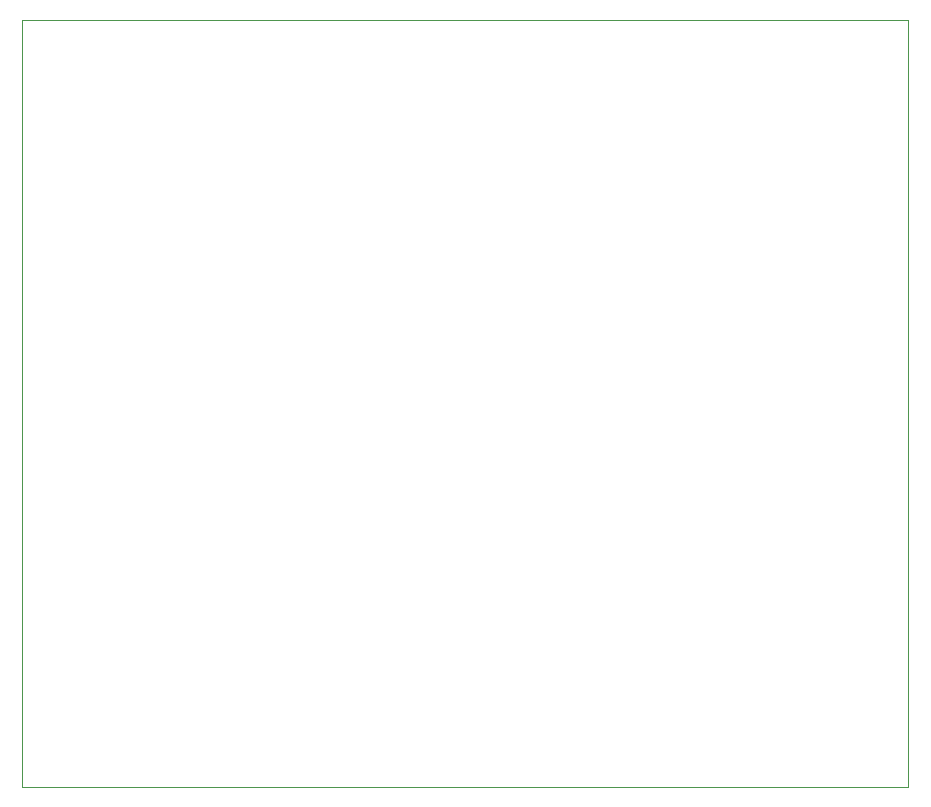
<source format=gbr>
%TF.GenerationSoftware,KiCad,Pcbnew,9.0.1*%
%TF.CreationDate,2025-04-22T18:06:14+02:00*%
%TF.ProjectId,electro-maticv,656c6563-7472-46f2-9d6d-61746963762e,rev?*%
%TF.SameCoordinates,Original*%
%TF.FileFunction,Profile,NP*%
%FSLAX46Y46*%
G04 Gerber Fmt 4.6, Leading zero omitted, Abs format (unit mm)*
G04 Created by KiCad (PCBNEW 9.0.1) date 2025-04-22 18:06:14*
%MOMM*%
%LPD*%
G01*
G04 APERTURE LIST*
%TA.AperFunction,Profile*%
%ADD10C,0.050000*%
%TD*%
G04 APERTURE END LIST*
D10*
X120000000Y-155000000D02*
X45000000Y-155000000D01*
X120000000Y-90000000D02*
X120000000Y-155000000D01*
X45000000Y-90000000D02*
X120000000Y-90000000D01*
X45000000Y-155000000D02*
X45000000Y-90000000D01*
M02*

</source>
